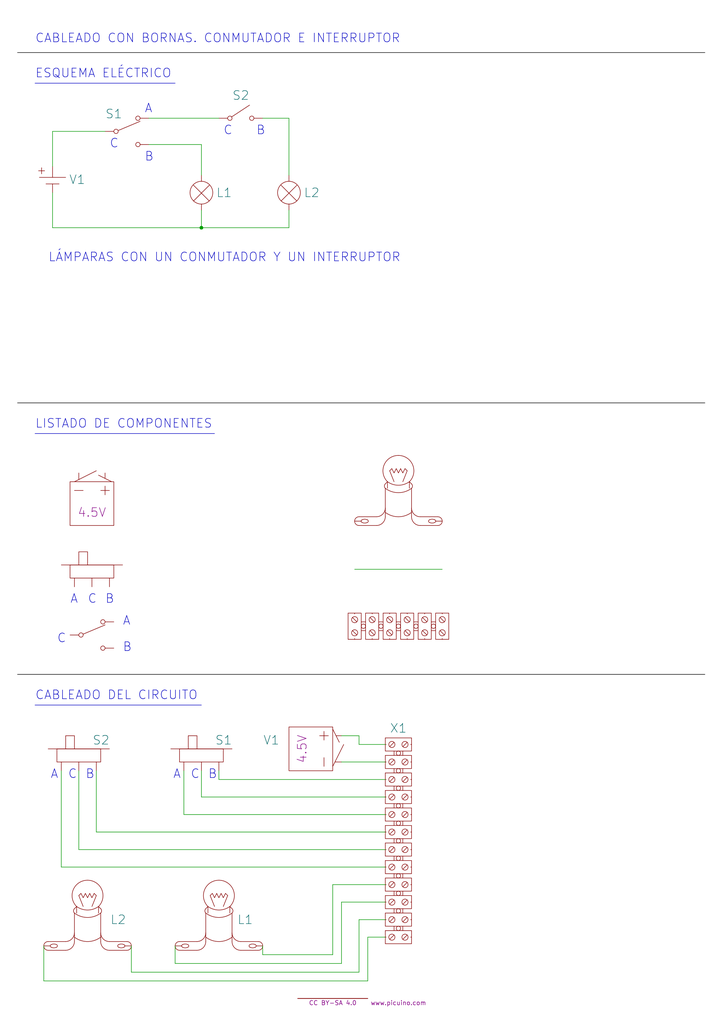
<source format=kicad_sch>
(kicad_sch (version 20211123) (generator eeschema)
  (paper "A4" portrait)
  (title_block (title "CABLEADO CON BORNAS. CONMUTADOR") (date "14/12/2018") (company "www.picuino.com") (comment 1 "Copyright (c) 2018 by Carlos Pardo") (comment 2 "License CC BY-SA 4.0"))
  (lib_symbols
    (symbol "simbolos:CopyRight" (pin_names (offset 1.016))
      (property "License" "CC BY-SA 4.0" (at -1.27 -1.27 0))
      (property "Web" "www.picuino.com" (at 0 -1.27 0))
      (symbol "CopyRight_0_1"
        (polyline (pts (xy -10.16 0) (xy 10.16 0)) (stroke (width 0.2032)))
      )
    )
    (symbol "simbolos:Pila" (pin_names (offset 1.016))
      (property "Reference" "V" (at 5.08 -4.445 0))
      (symbol "Pila_0_1"
        (polyline (pts (xy -4.064 -1.27) (xy -2.286 -1.27)))
        (polyline (pts (xy -3.81 -3.175) (xy 3.81 -3.175)))
        (polyline (pts (xy -3.175 -0.381) (xy -3.175 -2.159)))
        (polyline (pts (xy -1.905 -5.08) (xy 1.905 -5.08)))
      )
      (symbol "Pila_1_1"
        (pin input line (at 0 -7.62 90) (length 2.54) (name "") (number ""))
        (pin input line (at 0 0 270) (length 3.175) (name "") (number ""))
      )
    )
    (symbol "simbolos:borna_12x2" (pin_names (offset 1.016))
      (property "Reference" "X" (at 3.81 3.81 0))
      (symbol "borna_12x2_0_1"
        (rectangle (start 0 -53.975) (end 7.62 -57.785))
        (rectangle (start 0 -48.895) (end 7.62 -52.705))
        (rectangle (start 0 -43.815) (end 7.62 -47.625))
        (rectangle (start 0 -38.735) (end 7.62 -42.545))
        (rectangle (start 0 -33.655) (end 7.62 -37.465))
        (rectangle (start 0 -28.575) (end 7.62 -32.385))
        (rectangle (start 0 -23.495) (end 7.62 -27.305))
        (rectangle (start 0 -18.415) (end 7.62 -22.225))
        (rectangle (start 0 -13.335) (end 7.62 -17.145))
        (rectangle (start 0 -8.255) (end 7.62 -12.065))
        (rectangle (start 0 -3.175) (end 7.62 -6.985))
        (polyline (pts (xy 1.27 -56.515) (xy 2.54 -55.245)))
        (polyline (pts (xy 1.27 -51.435) (xy 2.54 -50.165)))
        (polyline (pts (xy 1.27 -46.355) (xy 2.54 -45.085)))
        (polyline (pts (xy 1.27 -41.275) (xy 2.54 -40.005)))
        (polyline (pts (xy 1.27 -36.195) (xy 2.54 -34.925)))
        (polyline (pts (xy 1.27 -31.115) (xy 2.54 -29.845)))
        (polyline (pts (xy 1.27 -26.035) (xy 2.54 -24.765)))
        (polyline (pts (xy 1.27 -20.955) (xy 2.54 -19.685)))
        (polyline (pts (xy 1.27 -15.875) (xy 2.54 -14.605)))
        (polyline (pts (xy 1.27 -10.795) (xy 2.54 -9.525)))
        (polyline (pts (xy 1.27 -5.715) (xy 2.54 -4.445)))
        (polyline (pts (xy 1.27 -0.635) (xy 2.54 0.635)))
        (polyline (pts (xy 2.54 -53.975) (xy 2.54 -52.705)))
        (polyline (pts (xy 2.54 -48.895) (xy 2.54 -47.625)))
        (polyline (pts (xy 2.54 -43.815) (xy 2.54 -42.545)))
        (polyline (pts (xy 2.54 -38.735) (xy 2.54 -37.465)))
        (polyline (pts (xy 2.54 -33.655) (xy 2.54 -32.385)))
        (polyline (pts (xy 2.54 -28.575) (xy 2.54 -27.305)))
        (polyline (pts (xy 2.54 -23.495) (xy 2.54 -22.225)))
        (polyline (pts (xy 2.54 -18.415) (xy 2.54 -17.145)))
        (polyline (pts (xy 2.54 -13.335) (xy 2.54 -12.065)))
        (polyline (pts (xy 2.54 -8.255) (xy 2.54 -6.985)))
        (polyline (pts (xy 2.54 -3.175) (xy 2.54 -1.905)))
        (polyline (pts (xy 5.08 -56.515) (xy 6.35 -55.245)))
        (polyline (pts (xy 5.08 -53.975) (xy 5.08 -52.705)))
        (polyline (pts (xy 5.08 -51.435) (xy 6.35 -50.165)))
        (polyline (pts (xy 5.08 -48.895) (xy 5.08 -47.625)))
        (polyline (pts (xy 5.08 -46.355) (xy 6.35 -45.085)))
        (polyline (pts (xy 5.08 -43.815) (xy 5.08 -42.545)))
        (polyline (pts (xy 5.08 -41.275) (xy 6.35 -40.005)))
        (polyline (pts (xy 5.08 -38.735) (xy 5.08 -37.465)))
        (polyline (pts (xy 5.08 -36.195) (xy 6.35 -34.925)))
        (polyline (pts (xy 5.08 -33.655) (xy 5.08 -32.385)))
        (polyline (pts (xy 5.08 -31.115) (xy 6.35 -29.845)))
        (polyline (pts (xy 5.08 -28.575) (xy 5.08 -27.305)))
        (polyline (pts (xy 5.08 -26.035) (xy 6.35 -24.765)))
        (polyline (pts (xy 5.08 -23.495) (xy 5.08 -22.225)))
        (polyline (pts (xy 5.08 -20.955) (xy 6.35 -19.685)))
        (polyline (pts (xy 5.08 -18.415) (xy 5.08 -17.145)))
        (polyline (pts (xy 5.08 -15.875) (xy 6.35 -14.605)))
        (polyline (pts (xy 5.08 -13.335) (xy 5.08 -12.065)))
        (polyline (pts (xy 5.08 -10.795) (xy 6.35 -9.525)))
        (polyline (pts (xy 5.08 -8.255) (xy 5.08 -6.985)))
        (polyline (pts (xy 5.08 -5.715) (xy 6.35 -4.445)))
        (polyline (pts (xy 5.08 -3.175) (xy 5.08 -1.905)))
        (polyline (pts (xy 5.08 -0.635) (xy 6.35 0.635)))
        (rectangle (start 0 1.905) (end 7.62 -1.905))
        (circle (center 1.905 -55.88) (radius 0.889))
        (circle (center 1.905 -50.8) (radius 0.889))
        (circle (center 1.905 -45.72) (radius 0.889))
        (circle (center 1.905 -40.64) (radius 0.889))
        (circle (center 1.905 -35.56) (radius 0.889))
        (circle (center 1.905 -30.48) (radius 0.889))
        (circle (center 1.905 -25.4) (radius 0.889))
        (circle (center 1.905 -20.32) (radius 0.889))
        (circle (center 1.905 -15.24) (radius 0.889))
        (circle (center 1.905 -10.16) (radius 0.889))
        (circle (center 1.905 -5.08) (radius 0.889))
        (circle (center 1.905 0) (radius 0.889))
        (circle (center 3.81 -53.34) (radius 0.635))
        (circle (center 3.81 -48.26) (radius 0.635))
        (circle (center 3.81 -43.18) (radius 0.635))
        (circle (center 3.81 -38.1) (radius 0.635))
        (circle (center 3.81 -33.02) (radius 0.635))
        (circle (center 3.81 -27.94) (radius 0.635))
        (circle (center 3.81 -22.86) (radius 0.635))
        (circle (center 3.81 -17.78) (radius 0.635))
        (circle (center 3.81 -12.7) (radius 0.635))
        (circle (center 3.81 -7.62) (radius 0.635))
        (circle (center 3.81 -2.54) (radius 0.635))
        (circle (center 5.715 -55.88) (radius 0.889))
        (circle (center 5.715 -50.8) (radius 0.889))
        (circle (center 5.715 -45.72) (radius 0.889))
        (circle (center 5.715 -40.64) (radius 0.889))
        (circle (center 5.715 -35.56) (radius 0.889))
        (circle (center 5.715 -30.48) (radius 0.889))
        (circle (center 5.715 -25.4) (radius 0.889))
        (circle (center 5.715 -20.32) (radius 0.889))
        (circle (center 5.715 -15.24) (radius 0.889))
        (circle (center 5.715 -10.16) (radius 0.889))
        (circle (center 5.715 -5.08) (radius 0.889))
        (circle (center 5.715 0) (radius 0.889))
      )
      (symbol "borna_12x2_1_1"
        (pin input line (at 0 -55.88 0) (length 0.254) (name "") (number ""))
        (pin input line (at 0 -50.8 0) (length 0.254) (name "") (number ""))
        (pin input line (at 0 -45.72 0) (length 0.254) (name "") (number ""))
        (pin input line (at 0 -40.64 0) (length 0.254) (name "") (number ""))
        (pin input line (at 0 -35.56 0) (length 0.254) (name "") (number ""))
        (pin input line (at 0 -30.48 0) (length 0.254) (name "") (number ""))
        (pin input line (at 0 -25.4 0) (length 0.254) (name "") (number ""))
        (pin input line (at 0 -20.32 0) (length 0.254) (name "") (number ""))
        (pin input line (at 0 -15.24 0) (length 0.254) (name "") (number ""))
        (pin input line (at 0 -10.16 0) (length 0.254) (name "") (number ""))
        (pin input line (at 0 -5.08 0) (length 0.254) (name "") (number ""))
        (pin input line (at 0 0 0) (length 0.254) (name "") (number ""))
        (pin input line (at 7.62 -55.88 180) (length 0.254) (name "") (number ""))
        (pin input line (at 7.62 -50.8 180) (length 0.254) (name "") (number ""))
        (pin input line (at 7.62 -45.72 180) (length 0.254) (name "") (number ""))
        (pin input line (at 7.62 -40.64 180) (length 0.254) (name "") (number ""))
        (pin input line (at 7.62 -35.56 180) (length 0.254) (name "") (number ""))
        (pin input line (at 7.62 -30.48 180) (length 0.254) (name "") (number ""))
        (pin input line (at 7.62 -25.4 180) (length 0.254) (name "") (number ""))
        (pin input line (at 7.62 -20.32 180) (length 0.254) (name "") (number ""))
        (pin input line (at 7.62 -15.24 180) (length 0.254) (name "") (number ""))
        (pin input line (at 7.62 -10.16 180) (length 0.254) (name "") (number ""))
        (pin input line (at 7.62 -5.08 180) (length 0.254) (name "") (number ""))
        (pin input line (at 7.62 0 180) (length 0.254) (name "") (number ""))
      )
    )
    (symbol "simbolos:borna_6x2" (pin_names (offset 1.016))
      (property "Reference" "X" (at 3.81 3.81 0))
      (symbol "borna_6x2_0_1"
        (rectangle (start 0 -23.495) (end 7.62 -27.305))
        (rectangle (start 0 -18.415) (end 7.62 -22.225))
        (rectangle (start 0 -13.335) (end 7.62 -17.145))
        (rectangle (start 0 -8.255) (end 7.62 -12.065))
        (rectangle (start 0 -3.175) (end 7.62 -6.985))
        (polyline (pts (xy 1.27 -26.035) (xy 2.54 -24.765)))
        (polyline (pts (xy 1.27 -20.955) (xy 2.54 -19.685)))
        (polyline (pts (xy 1.27 -15.875) (xy 2.54 -14.605)))
        (polyline (pts (xy 1.27 -10.795) (xy 2.54 -9.525)))
        (polyline (pts (xy 1.27 -5.715) (xy 2.54 -4.445)))
        (polyline (pts (xy 1.27 -0.635) (xy 2.54 0.635)))
        (polyline (pts (xy 2.54 -23.495) (xy 2.54 -22.225)))
        (polyline (pts (xy 2.54 -18.415) (xy 2.54 -17.145)))
        (polyline (pts (xy 2.54 -13.335) (xy 2.54 -12.065)))
        (polyline (pts (xy 2.54 -8.255) (xy 2.54 -6.985)))
        (polyline (pts (xy 2.54 -3.175) (xy 2.54 -1.905)))
        (polyline (pts (xy 5.08 -26.035) (xy 6.35 -24.765)))
        (polyline (pts (xy 5.08 -23.495) (xy 5.08 -22.225)))
        (polyline (pts (xy 5.08 -20.955) (xy 6.35 -19.685)))
        (polyline (pts (xy 5.08 -18.415) (xy 5.08 -17.145)))
        (polyline (pts (xy 5.08 -15.875) (xy 6.35 -14.605)))
        (polyline (pts (xy 5.08 -13.335) (xy 5.08 -12.065)))
        (polyline (pts (xy 5.08 -10.795) (xy 6.35 -9.525)))
        (polyline (pts (xy 5.08 -8.255) (xy 5.08 -6.985)))
        (polyline (pts (xy 5.08 -5.715) (xy 6.35 -4.445)))
        (polyline (pts (xy 5.08 -3.175) (xy 5.08 -1.905)))
        (polyline (pts (xy 5.08 -0.635) (xy 6.35 0.635)))
        (rectangle (start 0 1.905) (end 7.62 -1.905))
        (circle (center 1.905 -25.4) (radius 0.889))
        (circle (center 1.905 -20.32) (radius 0.889))
        (circle (center 1.905 -15.24) (radius 0.889))
        (circle (center 1.905 -10.16) (radius 0.889))
        (circle (center 1.905 -5.08) (radius 0.889))
        (circle (center 1.905 0) (radius 0.889))
        (circle (center 3.81 -22.86) (radius 0.635))
        (circle (center 3.81 -17.78) (radius 0.635))
        (circle (center 3.81 -12.7) (radius 0.635))
        (circle (center 3.81 -7.62) (radius 0.635))
        (circle (center 3.81 -2.54) (radius 0.635))
        (circle (center 5.715 -25.4) (radius 0.889))
        (circle (center 5.715 -20.32) (radius 0.889))
        (circle (center 5.715 -15.24) (radius 0.889))
        (circle (center 5.715 -10.16) (radius 0.889))
        (circle (center 5.715 -5.08) (radius 0.889))
        (circle (center 5.715 0) (radius 0.889))
      )
      (symbol "borna_6x2_1_1"
        (pin input line (at 0 -25.4 0) (length 0.254) (name "") (number ""))
        (pin input line (at 0 -20.32 0) (length 0.254) (name "") (number ""))
        (pin input line (at 0 -15.24 0) (length 0.254) (name "") (number ""))
        (pin input line (at 0 -10.16 0) (length 0.254) (name "") (number ""))
        (pin input line (at 0 -5.08 0) (length 0.254) (name "") (number ""))
        (pin input line (at 0 0 0) (length 0.254) (name "") (number ""))
        (pin input line (at 7.62 -25.4 180) (length 0.254) (name "") (number ""))
        (pin input line (at 7.62 -20.32 180) (length 0.254) (name "") (number ""))
        (pin input line (at 7.62 -15.24 180) (length 0.254) (name "") (number ""))
        (pin input line (at 7.62 -10.16 180) (length 0.254) (name "") (number ""))
        (pin input line (at 7.62 -5.08 180) (length 0.254) (name "") (number ""))
        (pin input line (at 7.62 0 180) (length 0.254) (name "") (number ""))
      )
    )
    (symbol "simbolos:conmutador" (pin_names (offset 1.016))
      (property "Reference" "S" (at 4.445 3.175 0))
      (symbol "conmutador_0_0"
        (circle (center 3.175 0) (radius 0.635))
        (circle (center 9.525 -3.81) (radius 0.635))
        (circle (center 9.525 3.81) (radius 0.635))
      )
      (symbol "conmutador_0_1"
        (polyline (pts (xy 10.16 2.921) (xy 3.81 0.254)))
      )
      (symbol "conmutador_1_1"
        (pin input line (at 0 0 0) (length 2.54) (name "") (number ""))
        (pin input line (at 12.7 -3.81 180) (length 2.54) (name "") (number ""))
        (pin input line (at 12.7 3.81 180) (length 2.54) (name "") (number ""))
      )
    )
    (symbol "simbolos:interruptor" (pin_names (offset 1.016))
      (property "Reference" "S" (at 4.445 3.175 0))
      (symbol "interruptor_0_0"
        (polyline (pts (xy 8.89 3.81) (xy 3.683 0.381)))
        (circle (center 3.175 0) (radius 0.635))
        (circle (center 9.525 0) (radius 0.635))
      )
      (symbol "interruptor_1_1"
        (pin input line (at 0 0 0) (length 2.54) (name "") (number ""))
        (pin input line (at 12.7 0 180) (length 2.54) (name "") (number ""))
      )
    )
    (symbol "simbolos:lampara" (pin_names (offset 1.016))
      (property "Reference" "L" (at 4.445 -5.08 0))
      (symbol "lampara_0_1"
        (circle (center 0 -5.08) (radius 3.302))
        (polyline (pts (xy -2.286 -7.493) (xy 2.286 -2.921)))
        (polyline (pts (xy -2.286 -2.921) (xy 2.286 -7.493)))
      )
      (symbol "lampara_1_1"
        (pin input line (at 0 -10.16 90) (length 1.778) (name "") (number ""))
        (pin input line (at 0 0 270) (length 1.778) (name "") (number ""))
      )
    )
    (symbol "simbolos:lampara_pack" (pin_names (offset 1.016))
      (property "Reference" "L" (at 17.78 6.35 0))
      (symbol "lampara_pack_0_1"
        (polyline (pts (xy 1.27 -1.27) (xy 6.35 -1.27)))
        (polyline (pts (xy 6.35 1.27) (xy 1.27 1.27)))
        (polyline (pts (xy 8.89 1.27) (xy 8.89 9.525)))
        (polyline (pts (xy 8.89 10.795) (xy 9.525 11.43)))
        (polyline (pts (xy 9.525 11.43) (xy 9.525 9.525)))
        (polyline (pts (xy 11.43 11.43) (xy 10.16 14.605)))
        (polyline (pts (xy 13.97 11.43) (xy 15.24 14.605)))
        (polyline (pts (xy 15.875 11.43) (xy 15.875 9.525)))
        (polyline (pts (xy 16.51 1.27) (xy 16.51 9.525)))
        (polyline (pts (xy 16.51 10.795) (xy 15.875 11.43)))
        (polyline (pts (xy 19.05 1.27) (xy 24.13 1.27)))
        (polyline (pts (xy 24.13 -1.27) (xy 19.05 -1.27)))
        (polyline (pts (xy 10.16 14.605) (xy 10.795 15.24) (xy 11.43 13.97) (xy 12.065 15.24) (xy 12.7 13.97) (xy 13.335 15.24) (xy 13.97 13.97) (xy 14.605 15.24) (xy 15.24 14.605)))
        (arc (start 1.27 1.27) (mid 0 0) (end 1.27 -1.27))
        (arc (start 2.159 -0.381) (mid 2.921 -0.5609) (end 3.683 -0.381))
        (arc (start 2.159 0.381) (mid 1.8844 0) (end 2.159 -0.381))
        (arc (start 3.683 -0.381) (mid 3.9576 0) (end 3.683 0.381))
        (arc (start 3.683 0.381) (mid 2.921 0.5609) (end 2.159 0.381))
        (arc (start 6.35 -1.27) (mid 8.1297 -0.5171) (end 8.89 1.27))
        (arc (start 6.35 1.27) (mid 8.1297 2.0229) (end 8.89 3.81))
        (arc (start 8.89 2.54) (mid 12.7 1.27) (end 16.51 2.54))
        (arc (start 8.89 9.525) (mid 12.7 8.255) (end 16.51 9.525))
        (arc (start 8.89 10.795) (mid 8.627 10.16) (end 8.89 9.525))
        (arc (start 9.525 11.43) (mid 12.7 10.4125) (end 15.875 11.43))
        (arc (start 12.7 19.05) (mid 8.5493 16.3021) (end 9.525 11.43))
        (arc (start 15.875 11.43) (mid 16.8357 16.2958) (end 12.7 19.05))
        (arc (start 16.51 1.27) (mid 17.2523 -0.5349) (end 19.05 -1.27))
        (arc (start 16.51 3.81) (mid 17.2523 2.0051) (end 19.05 1.27))
        (arc (start 16.51 9.525) (mid 16.773 10.16) (end 16.51 10.795))
        (arc (start 21.717 -0.381) (mid 22.479 -0.5609) (end 23.241 -0.381))
        (arc (start 21.717 0.381) (mid 21.4424 0) (end 21.717 -0.381))
        (arc (start 23.241 -0.381) (mid 23.5156 0) (end 23.241 0.381))
        (arc (start 23.241 0.381) (mid 22.479 0.5609) (end 21.717 0.381))
        (arc (start 24.13 -1.27) (mid 25.4 0) (end 24.13 1.27))
      )
      (symbol "lampara_pack_1_1"
        (pin input line (at 0 0 0) (length 1.905) (name "") (number ""))
        (pin input line (at 25.4 0 180) (length 1.905) (name "") (number ""))
      )
    )
    (symbol "simbolos:pila_petaca" (pin_names (offset 1.016))
      (property "Reference" "V" (at 11.43 -8.89 0))
      (property "V" "4.5V" (at 3.81 -12.7 0))
      (symbol "pila_petaca_0_1"
        (rectangle (start -2.54 -2.54) (end 10.16 -15.24))
        (polyline (pts (xy -1.27 -5.08) (xy 1.27 -5.08)))
        (polyline (pts (xy -1.27 -2.54) (xy 5.08 0.635)))
        (polyline (pts (xy 7.62 -3.81) (xy 7.62 -6.35)))
        (polyline (pts (xy 8.89 -5.08) (xy 6.35 -5.08)))
        (polyline (pts (xy 9.525 -2.54) (xy 5.715 -0.635)))
      )
      (symbol "pila_petaca_1_1"
        (pin input line (at 0 0 270) (length 1.905) (name "") (number ""))
        (pin input line (at 7.62 0 270) (length 1.524) (name "") (number ""))
      )
    )
    (symbol "simbolos:selector_pack" (pin_names (offset 1.016))
      (property "Reference" "S" (at 11.43 8.89 0))
      (symbol "selector_pack_0_1"
        (rectangle (start -1.27 6.35) (end 11.43 2.54))
        (polyline (pts (xy 13.97 6.35) (xy -3.81 6.35)))
        (polyline (pts (xy 1.27 6.35) (xy 1.27 10.16) (xy 3.81 10.16) (xy 3.81 6.35)))
      )
      (symbol "selector_pack_1_1"
        (pin input line (at 0 0 90) (length 2.54) (name "") (number ""))
        (pin input line (at 5.08 0 90) (length 2.54) (name "") (number ""))
        (pin input line (at 10.16 0 90) (length 2.54) (name "") (number ""))
      )
    )
  )
  (junction (at 58.42 66.04))
  (wire (pts (xy 53.34 236.22) (xy 53.34 223.52)))
  (wire (pts (xy 111.76 241.3) (xy 27.94 241.3)))
  (wire (pts (xy 43.18 34.29) (xy 63.5 34.29)))
  (wire (pts (xy 104.14 215.9) (xy 104.14 213.36)))
  (wire (pts (xy 38.1 274.32) (xy 38.1 281.94)))
  (wire (pts (xy 104.14 213.36) (xy 99.06 213.36)))
  (wire (pts (xy 99.06 261.62) (xy 111.76 261.62)))
  (wire (pts (xy 50.8 274.32) (xy 50.8 279.4)))
  (polyline (pts (xy 5.08 116.84) (xy 204.47 116.84)) (stroke (width 0) (type solid) (color 0 0 0 1)))
  (wire (pts (xy 104.14 266.7) (xy 111.76 266.7)))
  (wire (pts (xy 22.86 246.38) (xy 111.76 246.38)))
  (wire (pts (xy 111.76 236.22) (xy 53.34 236.22)))
  (wire (pts (xy 104.14 215.9) (xy 111.76 215.9)))
  (wire (pts (xy 76.2 34.29) (xy 83.82 34.29)))
  (wire (pts (xy 76.2 274.32) (xy 76.2 276.86)))
  (wire (pts (xy 12.7 284.48) (xy 12.7 274.32)))
  (wire (pts (xy 43.18 41.91) (xy 58.42 41.91)))
  (wire (pts (xy 111.76 226.06) (xy 63.5 226.06)))
  (wire (pts (xy 58.42 60.96) (xy 58.42 66.04)))
  (wire (pts (xy 38.1 281.94) (xy 104.14 281.94)))
  (wire (pts (xy 83.82 66.04) (xy 83.82 60.96)))
  (polyline (pts (xy 5.08 15.24) (xy 204.47 15.24)) (stroke (width 0) (type solid) (color 0 0 0 1)))
  (wire (pts (xy 99.06 220.98) (xy 111.76 220.98)))
  (polyline (pts (xy 10.16 204.47) (xy 58.42 204.47)) (stroke (width 0) (type solid)))
  (wire (pts (xy 50.8 279.4) (xy 99.06 279.4)))
  (wire (pts (xy 76.2 276.86) (xy 96.52 276.86)))
  (wire (pts (xy 15.24 38.1) (xy 30.48 38.1)))
  (wire (pts (xy 58.42 66.04) (xy 15.24 66.04)))
  (wire (pts (xy 111.76 271.78) (xy 106.68 271.78)))
  (polyline (pts (xy 5.08 195.58) (xy 204.47 195.58)) (stroke (width 0) (type solid) (color 0 0 0 1)))
  (wire (pts (xy 83.82 34.29) (xy 83.82 50.8)))
  (wire (pts (xy 99.06 261.62) (xy 99.06 279.4)))
  (wire (pts (xy 96.52 256.54) (xy 111.76 256.54)))
  (wire (pts (xy 58.42 231.14) (xy 111.76 231.14)))
  (polyline (pts (xy 10.16 24.13) (xy 50.8 24.13)) (stroke (width 0) (type solid)))
  (wire (pts (xy 58.42 41.91) (xy 58.42 50.8)))
  (wire (pts (xy 58.42 223.52) (xy 58.42 231.14)))
  (wire (pts (xy 27.94 241.3) (xy 27.94 223.52)))
  (wire (pts (xy 22.86 223.52) (xy 22.86 246.38)))
  (wire (pts (xy 102.87 165.1) (xy 128.27 165.1)))
  (wire (pts (xy 17.78 223.52) (xy 17.78 251.46)))
  (wire (pts (xy 63.5 226.06) (xy 63.5 223.52)))
  (polyline (pts (xy 10.16 125.73) (xy 62.23 125.73)) (stroke (width 0) (type solid)))
  (wire (pts (xy 104.14 266.7) (xy 104.14 281.94)))
  (wire (pts (xy 106.68 271.78) (xy 106.68 284.48)))
  (wire (pts (xy 15.24 48.26) (xy 15.24 38.1)))
  (wire (pts (xy 15.24 66.04) (xy 15.24 55.88)))
  (wire (pts (xy 111.76 251.46) (xy 17.78 251.46)))
  (wire (pts (xy 96.52 256.54) (xy 96.52 276.86)))
  (wire (pts (xy 58.42 66.04) (xy 83.82 66.04)))
  (wire (pts (xy 106.68 284.48) (xy 12.7 284.48)))
  (text "C" (at 31.75 43.18 0) (effects (font (size 2.54 2.54)) (justify left bottom)))
  (text "A" (at 14.605 226.06 0) (effects (font (size 2.54 2.54)) (justify left bottom)))
  (text "B" (at 24.765 226.06 0) (effects (font (size 2.54 2.54)) (justify left bottom)))
  (text "C" (at 25.4 175.26 0) (effects (font (size 2.54 2.54)) (justify left bottom)))
  (text "C" (at 19.685 226.06 0) (effects (font (size 2.54 2.54)) (justify left bottom)))
  (text "B" (at 35.56 189.23 0) (effects (font (size 2.54 2.54)) (justify left bottom)))
  (text "A" (at 50.165 226.06 0) (effects (font (size 2.54 2.54)) (justify left bottom)))
  (text "C" (at 64.77 39.37 0) (effects (font (size 2.54 2.54)) (justify left bottom)))
  (text "CABLEADO CON BORNAS. CONMUTADOR E INTERRUPTOR" (at 10.16 12.7 0) (effects (font (size 2.54 2.54)) (justify left bottom)))
  (text "CABLEADO DEL CIRCUITO" (at 10.16 203.2 0) (effects (font (size 2.54 2.54)) (justify left bottom)))
  (text "C" (at 55.245 226.06 0) (effects (font (size 2.54 2.54)) (justify left bottom)))
  (text "ESQUEMA ELÉCTRICO" (at 10.16 22.86 0) (effects (font (size 2.54 2.54)) (justify left bottom)))
  (text "A" (at 41.91 33.02 0) (effects (font (size 2.54 2.54)) (justify left bottom)))
  (text "B" (at 30.48 175.26 0) (effects (font (size 2.54 2.54)) (justify left bottom)))
  (text "A" (at 35.56 181.61 0) (effects (font (size 2.54 2.54)) (justify left bottom)))
  (text "B" (at 74.295 39.37 0) (effects (font (size 2.54 2.54)) (justify left bottom)))
  (text "LÁMPARAS CON UN CONMUTADOR Y UN INTERRUPTOR" (at 13.97 76.2 0) (effects (font (size 2.54 2.54)) (justify left bottom)))
  (text "A" (at 20.32 175.26 0) (effects (font (size 2.54 2.54)) (justify left bottom)))
  (text "B" (at 60.325 226.06 0) (effects (font (size 2.54 2.54)) (justify left bottom)))
  (text "B" (at 41.91 46.99 0) (effects (font (size 2.54 2.54)) (justify left bottom)))
  (text "LISTADO DE COMPONENTES" (at 10.16 124.46 0) (effects (font (size 2.54 2.54)) (justify left bottom)))
  (text "C" (at 16.51 186.69 0) (effects (font (size 2.54 2.54)) (justify left bottom)))
  (symbol (lib_id "simbolos:interruptor") (at 63.5 34.29 0) (unit 1)
    (property "Reference" "S2" (at 69.85 27.6606 0) (effects (font (size 2.54 2.54))))
    (property "Value" "interruptor" (effects hide))
  )
  (symbol (lib_id "simbolos:borna_12x2") (at 111.76 215.9 0) (unit 1)
    (property "Reference" "X1" (at 115.57 211.1756 0) (effects (font (size 2.54 2.54))))
    (property "Value" "borna_12x2" (effects hide))
  )
  (symbol (lib_id "simbolos:selector_pack") (at 21.59 170.18 0) (unit 1)
    (property "Reference" "S?" (effects hide))
    (property "Value" "selector_pack" (effects hide))
  )
  (symbol (lib_id "simbolos:lampara_pack") (at 50.8 274.32 0) (unit 1)
    (property "Reference" "L1" (at 71.12 266.7 0) (effects (font (size 2.54 2.54))))
    (property "Value" "lampara_pack" (effects hide))
  )
  (symbol (lib_id "simbolos:borna_6x2") (at 128.27 177.8 270) (unit 1)
    (property "Reference" "X?" (effects hide))
    (property "Value" "borna_6x2" (effects hide))
  )
  (symbol (lib_id "simbolos:CopyRight") (at 96.52 289.56 0) (unit 1)
    (property "Reference" "CP1" (effects hide))
    (property "Value" "CopyRight" (effects hide))
    (property "License" "CC BY-SA 4.0" (at 96.52 290.83 0))
    (property "Web" "www.picuino.com" (at 115.57 290.83 0))
  )
  (symbol (lib_id "simbolos:selector_pack") (at 53.34 223.52 0) (unit 1)
    (property "Reference" "S1" (at 62.23 214.63 0) (effects (font (size 2.54 2.54)) (justify left)))
    (property "Value" "selector_pack" (effects hide))
  )
  (symbol (lib_id "simbolos:lampara") (at 83.82 50.8 0) (unit 1)
    (property "Reference" "L2" (at 87.9602 55.88 0) (effects (font (size 2.54 2.54)) (justify left)))
    (property "Value" "lampara" (effects hide))
  )
  (symbol (lib_id "simbolos:conmutador") (at 20.32 184.15 0) (unit 1)
    (property "Reference" "S?" (effects hide))
    (property "Value" "conmutador" (effects hide))
  )
  (symbol (lib_id "simbolos:Pila") (at 15.24 48.26 0) (unit 1)
    (property "Reference" "V1" (at 19.8882 52.07 0) (effects (font (size 2.54 2.54)) (justify left)))
    (property "Value" "Pila" (effects hide))
  )
  (symbol (lib_id "simbolos:pila_petaca") (at 99.06 220.98 270) (mirror x) (unit 1)
    (property "Reference" "V1" (at 76.2 214.63 90) (effects (font (size 2.54 2.54)) (justify left)))
    (property "Value" "pila_petaca" (effects hide))
    (property "V" "4.5V" (at 87.63 217.17 0) (effects (font (size 2.54 2.54))))
  )
  (symbol (lib_id "simbolos:conmutador") (at 30.48 38.1 0) (unit 1)
    (property "Reference" "S1" (at 33.02 33.02 0) (effects (font (size 2.54 2.54))))
    (property "Value" "conmutador" (effects hide))
  )
  (symbol (lib_id "simbolos:pila_petaca") (at 22.86 137.16 0) (unit 1)
    (property "Reference" "V?" (effects hide))
    (property "Value" "pila_petaca" (effects hide))
    (property "V" "4.5V" (at 26.67 148.59 0) (effects (font (size 2.54 2.54))))
  )
  (symbol (lib_id "simbolos:lampara") (at 58.42 50.8 0) (unit 1)
    (property "Reference" "L1" (at 62.5602 55.88 0) (effects (font (size 2.54 2.54)) (justify left)))
    (property "Value" "lampara" (effects hide))
  )
  (symbol (lib_id "simbolos:lampara_pack") (at 102.87 151.13 0) (unit 1)
    (property "Reference" "L?" (effects hide))
    (property "Value" "lampara_pack" (effects hide))
  )
  (symbol (lib_id "simbolos:lampara_pack") (at 12.7 274.32 0) (unit 1)
    (property "Reference" "L2" (at 34.29 266.7 0) (effects (font (size 2.54 2.54))))
    (property "Value" "lampara_pack" (effects hide))
  )
  (symbol (lib_id "simbolos:selector_pack") (at 17.78 223.52 0) (unit 1)
    (property "Reference" "S2" (at 26.67 214.63 0) (effects (font (size 2.54 2.54)) (justify left)))
    (property "Value" "selector_pack" (effects hide))
  )
)
</source>
